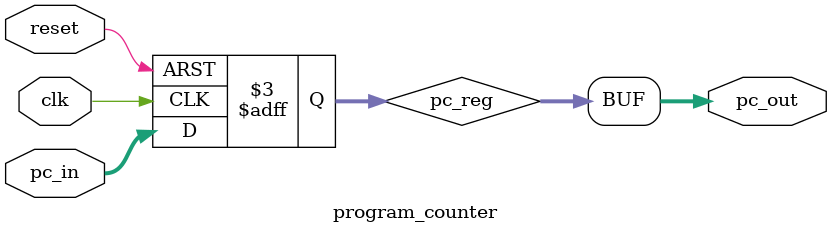
<source format=v>
module program_counter(
    input wire clk,
    input wire reset,
    input wire [31:0] pc_in,
    output wire [31:0] pc_out
);

    // Registers
    reg [31:0] pc_reg;

    // Assignments
    assign pc_out = pc_reg;

    // Always block
    always @(posedge clk or posedge reset) begin
        if (reset == 1'b1) begin
            pc_reg <= 32'h0;
        end else begin
            pc_reg <= pc_in;
        end
    end
endmodule
</source>
